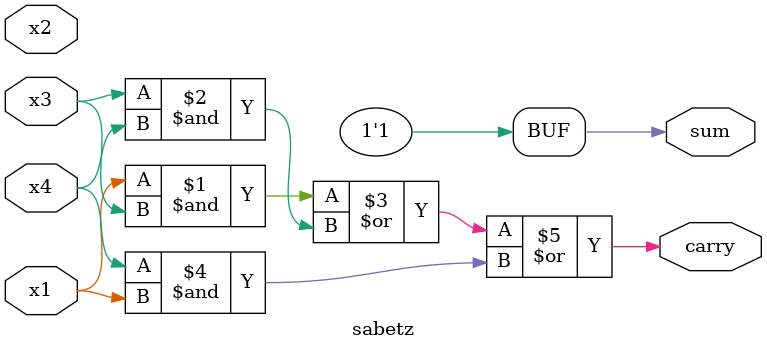
<source format=v>
module sabetz(x1,x2,x3,x4,sum,carry);
 output sum,carry;
 input x1,x2,x3,x4;
 assign sum = 1;
 assign carry = ((x1 & x3) | ( x3&x4 ) | (x4 & x1));
  
endmodule
</source>
